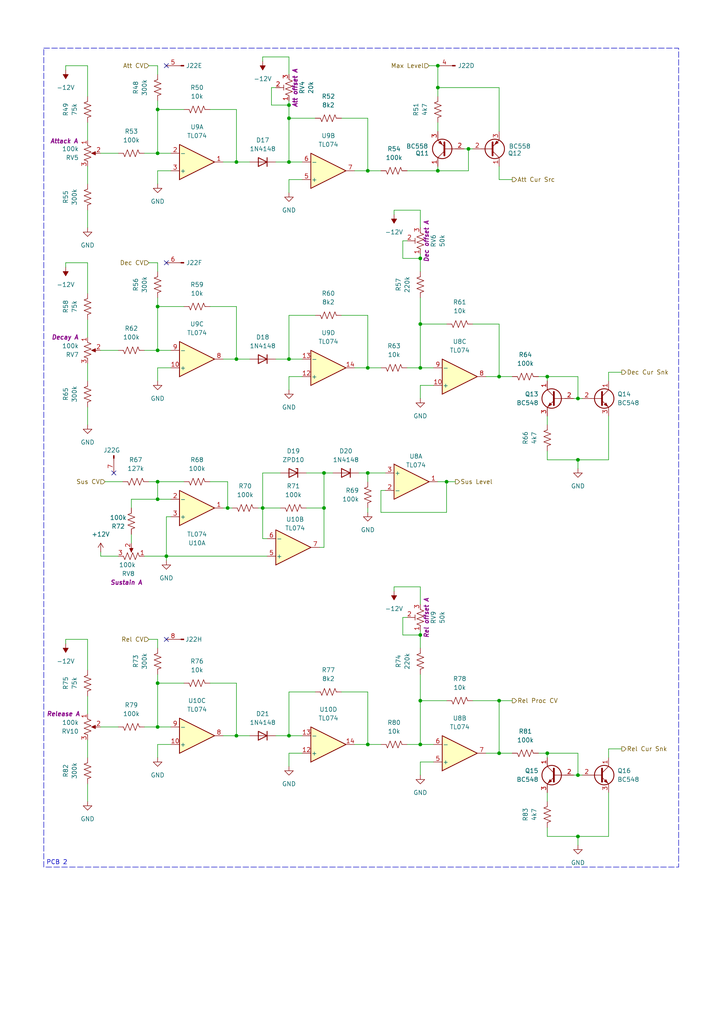
<source format=kicad_sch>
(kicad_sch (version 20250114) (generator "eeschema") (generator_version "9.0")
  (paper "A4" portrait)
  (title_block (comment 1 "PCB for 15cm Kosmo format synthesizer module"))
  (lib_symbols
    (symbol "Amplifier_Operational:TL074" (pin_names (offset 0.127))
      (property "Reference" "U" (at 0 5.08 0))
      (property "Value" "TL074" (at 0 -5.08 0))
      (symbol "TL074_1_1"
        (pin input line (at -7.62 2.54 0) (length 2.54) (name "+") (number "3"))
        (pin input line (at -7.62 -2.54 0) (length 2.54) (name "-") (number "2"))
        (pin output line (at 7.62 0 180) (length 2.54) (name "~") (number "1"))
      )
      (symbol "TL074_2_1"
        (pin input line (at -7.62 2.54 0) (length 2.54) (name "+") (number "5"))
        (pin input line (at -7.62 -2.54 0) (length 2.54) (name "-") (number "6"))
        (pin output line (at 7.62 0 180) (length 2.54) (name "~") (number "7"))
      )
      (symbol "TL074_3_1"
        (pin input line (at -7.62 2.54 0) (length 2.54) (name "+") (number "10"))
        (pin input line (at -7.62 -2.54 0) (length 2.54) (name "-") (number "9"))
        (pin output line (at 7.62 0 180) (length 2.54) (name "~") (number "8"))
      )
      (symbol "TL074_4_1"
        (pin input line (at -7.62 2.54 0) (length 2.54) (name "+") (number "12"))
        (pin input line (at -7.62 -2.54 0) (length 2.54) (name "-") (number "13"))
        (pin output line (at 7.62 0 180) (length 2.54) (name "~") (number "14"))
      )
      (symbol "TL074_5_1"
        (pin power_in line (at -2.54 7.62 270) (length 3.81) (name "V+") (number "4"))
        (pin power_in line (at -2.54 -7.62 90) (length 3.81) (name "V-") (number "11"))
      )
    )
    (symbol "Device:R_Potentiometer_Trim_US" (pin_names (offset 1.016) (hide yes))
      (property "Reference" "RV" (at -4.445 0 90))
      (property "Value" "R_Potentiometer_Trim_US" (at -2.54 0 90))
      (symbol "R_Potentiometer_Trim_US_1_1"
        (pin passive line (at 0 3.81 270) (length 1.27) (name "1") (number "1"))
        (pin passive line (at 0 -3.81 90) (length 1.27) (name "3") (number "3"))
        (pin passive line (at 3.81 0 180) (length 1.27) (name "2") (number "2"))
      )
    )
    (symbol "Device:R_Potentiometer_US" (pin_names (offset 1.016) (hide yes))
      (property "Reference" "RV" (at -4.445 0 90))
      (property "Value" "R_Potentiometer_US" (at -2.54 0 90))
      (symbol "R_Potentiometer_US_1_1"
        (pin passive line (at 0 3.81 270) (length 1.27) (name "1") (number "1"))
        (pin passive line (at 0 -3.81 90) (length 1.27) (name "3") (number "3"))
        (pin passive line (at 3.81 0 180) (length 1.27) (name "2") (number "2"))
      )
    )
    (symbol "Device:R_US" (pin_numbers (hide yes)) (pin_names (offset 0))
      (property "Reference" "R" (at 2.54 0 90))
      (property "Value" "R_US" (at -2.54 0 90))
      (symbol "R_US_1_1"
        (pin passive line (at 0 3.81 270) (length 1.27) (name "~") (number "1"))
        (pin passive line (at 0 -3.81 90) (length 1.27) (name "~") (number "2"))
      )
    )
    (symbol "Diode:1N4148" (pin_numbers (hide yes)) (pin_names (hide yes))
      (property "Reference" "D" (at 0 2.54 0))
      (property "Value" "1N4148" (at 0 -2.54 0))
      (symbol "1N4148_1_1"
        (pin passive line (at -3.81 0 0) (length 2.54) (name "K") (number "1"))
        (pin passive line (at 3.81 0 180) (length 2.54) (name "A") (number "2"))
      )
    )
    (symbol "Diode:ZPDxx" (pin_numbers (hide yes)) (pin_names (hide yes))
      (property "Reference" "D" (at 0 2.54 0))
      (property "Value" "ZPDxx" (at 0 -2.54 0))
      (symbol "ZPDxx_1_1"
        (pin passive line (at -3.81 0 0) (length 2.54) (name "K") (number "1"))
        (pin passive line (at 3.81 0 180) (length 2.54) (name "A") (number "2"))
      )
    )
    (symbol "SynthStuff:Conn_01x10_PinHeader" (pin_names (offset 1.016) (hide yes))
      (property "Reference" "J" (at 0 2.54 0))
      (symbol "Conn_01x10_PinHeader_1_1"
        (pin passive line (at 5.08 0 180) (length 3.81) (name "Pin_1") (number "1"))
      )
      (symbol "Conn_01x10_PinHeader_2_1"
        (pin passive line (at 5.08 0 180) (length 3.81) (name "Pin_2") (number "2"))
      )
      (symbol "Conn_01x10_PinHeader_3_1"
        (pin passive line (at 5.08 0 180) (length 3.81) (name "Pin_3") (number "3"))
      )
      (symbol "Conn_01x10_PinHeader_4_1"
        (pin passive line (at 5.08 0 180) (length 3.81) (name "Pin_4") (number "4"))
      )
      (symbol "Conn_01x10_PinHeader_5_1"
        (pin passive line (at 5.08 0 180) (length 3.81) (name "Pin_5") (number "5"))
      )
      (symbol "Conn_01x10_PinHeader_6_1"
        (pin passive line (at 5.08 0 180) (length 3.81) (name "Pin_6") (number "6"))
      )
      (symbol "Conn_01x10_PinHeader_7_1"
        (pin passive line (at 5.08 0 180) (length 3.81) (name "Pin_7") (number "7"))
      )
      (symbol "Conn_01x10_PinHeader_8_1"
        (pin passive line (at 5.08 0 180) (length 3.81) (name "Pin_8") (number "8"))
      )
      (symbol "Conn_01x10_PinHeader_9_1"
        (pin passive line (at 5.08 0 180) (length 3.81) (name "Pin_9") (number "9"))
      )
      (symbol "Conn_01x10_PinHeader_10_1"
        (pin passive line (at 5.08 0 180) (length 3.81) (name "Pin_10") (number "10"))
      )
    )
    (symbol "Transistor_BJT:BC548" (pin_names (offset 0) (hide yes))
      (property "Reference" "Q" (at 5.08 1.905 0))
      (property "Value" "BC548" (at 5.08 0 0))
      (symbol "BC548_1_1"
        (pin input line (at -5.08 0 0) (length 2.54) (name "B") (number "2"))
        (pin passive line (at 2.54 5.08 270) (length 2.54) (name "C") (number "1"))
        (pin passive line (at 2.54 -5.08 90) (length 2.54) (name "E") (number "3"))
      )
    )
    (symbol "Transistor_BJT:BC558" (pin_names (offset 0) (hide yes))
      (property "Reference" "Q" (at 5.08 1.905 0))
      (property "Value" "BC558" (at 5.08 0 0))
      (symbol "BC558_1_1"
        (pin input line (at -5.08 0 0) (length 2.54) (name "B") (number "2"))
        (pin passive line (at 2.54 5.08 270) (length 2.54) (name "C") (number "1"))
        (pin passive line (at 2.54 -5.08 90) (length 2.54) (name "E") (number "3"))
      )
    )
    (symbol "power:+12V" (power) (pin_numbers (hide yes)) (pin_names (offset 0) (hide yes))
      (property "Value" "+12V" (at 0 3.556 0))
      (symbol "+12V_1_1"
        (pin power_in line (at 0 0 90) (length 0) (name "~") (number "1"))
      )
    )
    (symbol "power:-12V" (power) (pin_numbers (hide yes)) (pin_names (offset 0) (hide yes))
      (property "Value" "-12V" (at 0 3.556 0))
      (symbol "-12V_0_0"
        (pin power_in line (at 0 0 90) (length 0) (name "~") (number "1"))
      )
    )
    (symbol "power:GND" (power) (pin_numbers (hide yes)) (pin_names (offset 0) (hide yes))
      (property "Value" "GND" (at 0 -3.81 0))
      (symbol "GND_1_1"
        (pin power_in line (at 0 0 270) (length 0) (name "~") (number "1"))
      )
    )
  )
  (rectangle (start 12.7 13.97) (end 196.85 251.46) (stroke (width 0) (type dash)))
  (text "PCB 2" (at 16.51 250.19 0) (effects (font (size 1.27 1.27))))
  (junction (at 167.64 242.57))
  (junction (at 144.78 109.22))
  (junction (at 93.98 137.16))
  (junction (at 76.2 147.32))
  (junction (at 68.58 213.36))
  (junction (at 45.72 44.45))
  (junction (at 135.89 43.18))
  (junction (at 68.58 46.99))
  (junction (at 121.92 74.93))
  (junction (at 121.92 215.9))
  (junction (at 83.82 30.48))
  (junction (at 144.78 203.2))
  (junction (at 158.75 109.22))
  (junction (at 48.26 161.29))
  (junction (at 45.72 144.78))
  (junction (at 106.68 137.16))
  (junction (at 127 19.05))
  (junction (at 121.92 93.98))
  (junction (at 93.98 147.32))
  (junction (at 106.68 106.68))
  (junction (at 45.72 101.6))
  (junction (at 121.92 106.68))
  (junction (at 68.58 104.14))
  (junction (at 45.72 210.82))
  (junction (at 45.72 88.9))
  (junction (at 127 49.53))
  (junction (at 129.54 139.7))
  (junction (at 167.64 224.79))
  (junction (at 106.68 215.9))
  (junction (at 83.82 46.99))
  (junction (at 158.75 218.44))
  (junction (at 45.72 198.12))
  (junction (at 121.92 184.15))
  (junction (at 144.78 218.44))
  (junction (at 83.82 34.29))
  (junction (at 66.04 147.32))
  (junction (at 121.92 203.2))
  (junction (at 106.68 49.53))
  (junction (at 127 25.4))
  (junction (at 45.72 139.7))
  (junction (at 45.72 31.75))
  (junction (at 167.64 133.35))
  (junction (at 167.64 115.57))
  (junction (at 83.82 104.14))
  (junction (at 83.82 213.36))
  (no_connect (at 48.26 19.05))
  (no_connect (at 48.26 76.2))
  (no_connect (at 33.02 137.16))
  (no_connect (at 48.26 185.42))
  (wire (pts (xy 25.4 92.71) (xy 25.4 97.79)))
  (wire (pts (xy 45.72 185.42) (xy 45.72 187.96)))
  (wire (pts (xy 64.77 104.14) (xy 68.58 104.14)))
  (wire (pts (xy 29.21 44.45) (xy 34.29 44.45)))
  (wire (pts (xy 121.92 106.68) (xy 125.73 106.68)))
  (wire (pts (xy 111.76 137.16) (xy 106.68 137.16)))
  (wire (pts (xy 176.53 107.95) (xy 176.53 110.49)))
  (wire (pts (xy 158.75 229.87) (xy 158.75 232.41)))
  (wire (pts (xy 49.53 149.86) (xy 48.26 149.86)))
  (wire (pts (xy 45.72 210.82) (xy 49.53 210.82)))
  (wire (pts (xy 158.75 218.44) (xy 167.64 218.44)))
  (wire (pts (xy 25.4 118.11) (xy 25.4 123.19)))
  (wire (pts (xy 121.92 203.2) (xy 121.92 215.9)))
  (wire (pts (xy 106.68 49.53) (xy 110.49 49.53)))
  (wire (pts (xy 41.91 101.6) (xy 45.72 101.6)))
  (wire (pts (xy 129.54 139.7) (xy 127 139.7)))
  (wire (pts (xy 93.98 137.16) (xy 93.98 147.32)))
  (wire (pts (xy 121.92 170.18) (xy 121.92 175.26)))
  (wire (pts (xy 158.75 130.81) (xy 158.75 133.35)))
  (wire (pts (xy 41.91 210.82) (xy 45.72 210.82)))
  (wire (pts (xy 25.4 35.56) (xy 25.4 40.64)))
  (wire (pts (xy 38.1 154.94) (xy 38.1 157.48)))
  (wire (pts (xy 106.68 49.53) (xy 102.87 49.53)))
  (wire (pts (xy 80.01 213.36) (xy 83.82 213.36)))
  (wire (pts (xy 38.1 144.78) (xy 45.72 144.78)))
  (wire (pts (xy 166.37 115.57) (xy 167.64 115.57)))
  (wire (pts (xy 88.9 137.16) (xy 93.98 137.16)))
  (wire (pts (xy 114.3 62.23) (xy 114.3 60.96)))
  (wire (pts (xy 76.2 156.21) (xy 76.2 147.32)))
  (wire (pts (xy 76.2 137.16) (xy 76.2 147.32)))
  (wire (pts (xy 25.4 185.42) (xy 25.4 194.31)))
  (wire (pts (xy 68.58 88.9) (xy 68.58 104.14)))
  (wire (pts (xy 148.59 203.2) (xy 144.78 203.2)))
  (wire (pts (xy 19.05 19.05) (xy 25.4 19.05)))
  (wire (pts (xy 144.78 52.07) (xy 144.78 48.26)))
  (wire (pts (xy 167.64 115.57) (xy 168.91 115.57)))
  (wire (pts (xy 68.58 104.14) (xy 72.39 104.14)))
  (wire (pts (xy 99.06 200.66) (xy 106.68 200.66)))
  (wire (pts (xy 167.64 218.44) (xy 167.64 224.79)))
  (wire (pts (xy 158.75 242.57) (xy 167.64 242.57)))
  (wire (pts (xy 114.3 170.18) (xy 121.92 170.18)))
  (wire (pts (xy 166.37 224.79) (xy 167.64 224.79)))
  (wire (pts (xy 83.82 213.36) (xy 87.63 213.36)))
  (wire (pts (xy 45.72 86.36) (xy 45.72 88.9)))
  (wire (pts (xy 158.75 133.35) (xy 167.64 133.35)))
  (wire (pts (xy 45.72 76.2) (xy 45.72 78.74)))
  (wire (pts (xy 158.75 218.44) (xy 158.75 219.71)))
  (wire (pts (xy 144.78 218.44) (xy 148.59 218.44)))
  (wire (pts (xy 25.4 48.26) (xy 25.4 53.34)))
  (wire (pts (xy 25.4 19.05) (xy 25.4 27.94)))
  (wire (pts (xy 125.73 220.98) (xy 121.92 220.98)))
  (wire (pts (xy 158.75 109.22) (xy 158.75 110.49)))
  (wire (pts (xy 60.96 139.7) (xy 66.04 139.7)))
  (wire (pts (xy 83.82 34.29) (xy 91.44 34.29)))
  (wire (pts (xy 137.16 93.98) (xy 144.78 93.98)))
  (wire (pts (xy 25.4 105.41) (xy 25.4 110.49)))
  (wire (pts (xy 83.82 34.29) (xy 83.82 46.99)))
  (wire (pts (xy 121.92 74.93) (xy 121.92 78.74)))
  (wire (pts (xy 121.92 220.98) (xy 121.92 224.79)))
  (wire (pts (xy 102.87 215.9) (xy 106.68 215.9)))
  (wire (pts (xy 167.64 133.35) (xy 167.64 135.89)))
  (wire (pts (xy 176.53 120.65) (xy 176.53 133.35)))
  (wire (pts (xy 106.68 106.68) (xy 110.49 106.68)))
  (wire (pts (xy 110.49 142.24) (xy 110.49 148.59)))
  (wire (pts (xy 111.76 142.24) (xy 110.49 142.24)))
  (wire (pts (xy 118.11 69.85) (xy 116.84 69.85)))
  (wire (pts (xy 19.05 77.47) (xy 19.05 76.2)))
  (wire (pts (xy 76.2 147.32) (xy 74.93 147.32)))
  (wire (pts (xy 25.4 227.33) (xy 25.4 232.41)))
  (wire (pts (xy 135.89 43.18) (xy 137.16 43.18)))
  (wire (pts (xy 80.01 104.14) (xy 83.82 104.14)))
  (wire (pts (xy 106.68 137.16) (xy 106.68 139.7)))
  (wire (pts (xy 180.34 107.95) (xy 176.53 107.95)))
  (wire (pts (xy 49.53 49.53) (xy 45.72 49.53)))
  (wire (pts (xy 83.82 52.07) (xy 83.82 55.88)))
  (wire (pts (xy 43.18 76.2) (xy 45.72 76.2)))
  (wire (pts (xy 106.68 147.32) (xy 106.68 148.59)))
  (wire (pts (xy 106.68 91.44) (xy 106.68 106.68)))
  (wire (pts (xy 60.96 31.75) (xy 68.58 31.75)))
  (wire (pts (xy 124.46 19.05) (xy 127 19.05)))
  (wire (pts (xy 48.26 149.86) (xy 48.26 161.29)))
  (wire (pts (xy 45.72 44.45) (xy 49.53 44.45)))
  (wire (pts (xy 93.98 158.75) (xy 92.71 158.75)))
  (wire (pts (xy 118.11 215.9) (xy 121.92 215.9)))
  (wire (pts (xy 45.72 139.7) (xy 43.18 139.7)))
  (wire (pts (xy 48.26 161.29) (xy 48.26 162.56)))
  (wire (pts (xy 49.53 106.68) (xy 45.72 106.68)))
  (wire (pts (xy 116.84 74.93) (xy 121.92 74.93)))
  (wire (pts (xy 134.62 43.18) (xy 135.89 43.18)))
  (wire (pts (xy 80.01 46.99) (xy 83.82 46.99)))
  (wire (pts (xy 118.11 106.68) (xy 121.92 106.68)))
  (wire (pts (xy 25.4 214.63) (xy 25.4 219.71)))
  (wire (pts (xy 68.58 213.36) (xy 72.39 213.36)))
  (wire (pts (xy 137.16 203.2) (xy 144.78 203.2)))
  (wire (pts (xy 19.05 76.2) (xy 25.4 76.2)))
  (wire (pts (xy 106.68 215.9) (xy 110.49 215.9)))
  (wire (pts (xy 29.21 161.29) (xy 29.21 160.02)))
  (wire (pts (xy 66.04 147.32) (xy 64.77 147.32)))
  (wire (pts (xy 19.05 185.42) (xy 25.4 185.42)))
  (wire (pts (xy 77.47 161.29) (xy 48.26 161.29)))
  (wire (pts (xy 45.72 215.9) (xy 45.72 219.71)))
  (wire (pts (xy 144.78 203.2) (xy 144.78 218.44)))
  (wire (pts (xy 144.78 218.44) (xy 140.97 218.44)))
  (wire (pts (xy 129.54 148.59) (xy 129.54 139.7)))
  (wire (pts (xy 45.72 101.6) (xy 49.53 101.6)))
  (wire (pts (xy 127 49.53) (xy 135.89 49.53)))
  (wire (pts (xy 81.28 137.16) (xy 76.2 137.16)))
  (wire (pts (xy 25.4 76.2) (xy 25.4 85.09)))
  (wire (pts (xy 127 25.4) (xy 127 27.94)))
  (wire (pts (xy 99.06 34.29) (xy 106.68 34.29)))
  (wire (pts (xy 106.68 137.16) (xy 104.14 137.16)))
  (wire (pts (xy 132.08 139.7) (xy 129.54 139.7)))
  (wire (pts (xy 121.92 195.58) (xy 121.92 203.2)))
  (wire (pts (xy 66.04 139.7) (xy 66.04 147.32)))
  (wire (pts (xy 156.21 109.22) (xy 158.75 109.22)))
  (wire (pts (xy 121.92 111.76) (xy 121.92 115.57)))
  (wire (pts (xy 64.77 213.36) (xy 68.58 213.36)))
  (wire (pts (xy 68.58 46.99) (xy 72.39 46.99)))
  (wire (pts (xy 127 35.56) (xy 127 38.1)))
  (wire (pts (xy 114.3 60.96) (xy 121.92 60.96)))
  (wire (pts (xy 45.72 88.9) (xy 45.72 101.6)))
  (wire (pts (xy 45.72 198.12) (xy 45.72 210.82)))
  (wire (pts (xy 81.28 147.32) (xy 76.2 147.32)))
  (wire (pts (xy 129.54 203.2) (xy 121.92 203.2)))
  (wire (pts (xy 158.75 120.65) (xy 158.75 123.19)))
  (wire (pts (xy 68.58 198.12) (xy 68.58 213.36)))
  (wire (pts (xy 80.01 25.4) (xy 78.74 25.4)))
  (wire (pts (xy 34.29 161.29) (xy 29.21 161.29)))
  (wire (pts (xy 41.91 44.45) (xy 45.72 44.45)))
  (wire (pts (xy 83.82 109.22) (xy 83.82 113.03)))
  (wire (pts (xy 116.84 179.07) (xy 116.84 184.15)))
  (wire (pts (xy 158.75 109.22) (xy 167.64 109.22)))
  (wire (pts (xy 118.11 49.53) (xy 127 49.53)))
  (wire (pts (xy 83.82 29.21) (xy 83.82 30.48)))
  (wire (pts (xy 68.58 46.99) (xy 64.77 46.99)))
  (wire (pts (xy 19.05 185.42) (xy 19.05 186.69)))
  (wire (pts (xy 45.72 198.12) (xy 53.34 198.12)))
  (wire (pts (xy 87.63 218.44) (xy 83.82 218.44)))
  (wire (pts (xy 49.53 215.9) (xy 45.72 215.9)))
  (wire (pts (xy 83.82 91.44) (xy 83.82 104.14)))
  (wire (pts (xy 121.92 73.66) (xy 121.92 74.93)))
  (wire (pts (xy 167.64 109.22) (xy 167.64 115.57)))
  (wire (pts (xy 176.53 229.87) (xy 176.53 242.57)))
  (wire (pts (xy 83.82 218.44) (xy 83.82 222.25)))
  (wire (pts (xy 83.82 16.51) (xy 83.82 21.59)))
  (wire (pts (xy 83.82 104.14) (xy 87.63 104.14)))
  (wire (pts (xy 96.52 137.16) (xy 93.98 137.16)))
  (wire (pts (xy 91.44 200.66) (xy 83.82 200.66)))
  (wire (pts (xy 60.96 198.12) (xy 68.58 198.12)))
  (wire (pts (xy 83.82 46.99) (xy 87.63 46.99)))
  (wire (pts (xy 43.18 19.05) (xy 45.72 19.05)))
  (wire (pts (xy 45.72 195.58) (xy 45.72 198.12)))
  (wire (pts (xy 121.92 182.88) (xy 121.92 184.15)))
  (wire (pts (xy 45.72 144.78) (xy 49.53 144.78)))
  (wire (pts (xy 125.73 111.76) (xy 121.92 111.76)))
  (wire (pts (xy 45.72 31.75) (xy 45.72 44.45)))
  (wire (pts (xy 43.18 185.42) (xy 45.72 185.42)))
  (wire (pts (xy 29.21 101.6) (xy 34.29 101.6)))
  (wire (pts (xy 45.72 139.7) (xy 45.72 144.78)))
  (wire (pts (xy 148.59 52.07) (xy 144.78 52.07)))
  (wire (pts (xy 78.74 30.48) (xy 83.82 30.48)))
  (wire (pts (xy 30.48 139.7) (xy 35.56 139.7)))
  (wire (pts (xy 121.92 60.96) (xy 121.92 66.04)))
  (wire (pts (xy 110.49 148.59) (xy 129.54 148.59)))
  (wire (pts (xy 135.89 49.53) (xy 135.89 43.18)))
  (wire (pts (xy 29.21 210.82) (xy 34.29 210.82)))
  (wire (pts (xy 118.11 179.07) (xy 116.84 179.07)))
  (wire (pts (xy 106.68 34.29) (xy 106.68 49.53)))
  (wire (pts (xy 167.64 242.57) (xy 167.64 245.11)))
  (wire (pts (xy 121.92 93.98) (xy 121.92 106.68)))
  (wire (pts (xy 144.78 25.4) (xy 127 25.4)))
  (wire (pts (xy 116.84 69.85) (xy 116.84 74.93)))
  (wire (pts (xy 180.34 217.17) (xy 176.53 217.17)))
  (wire (pts (xy 158.75 240.03) (xy 158.75 242.57)))
  (wire (pts (xy 129.54 93.98) (xy 121.92 93.98)))
  (wire (pts (xy 106.68 200.66) (xy 106.68 215.9)))
  (wire (pts (xy 127 19.05) (xy 127 25.4)))
  (wire (pts (xy 76.2 17.78) (xy 76.2 16.51)))
  (wire (pts (xy 114.3 171.45) (xy 114.3 170.18)))
  (wire (pts (xy 68.58 31.75) (xy 68.58 46.99)))
  (wire (pts (xy 144.78 109.22) (xy 148.59 109.22)))
  (wire (pts (xy 176.53 217.17) (xy 176.53 219.71)))
  (wire (pts (xy 91.44 91.44) (xy 83.82 91.44)))
  (wire (pts (xy 48.26 161.29) (xy 41.91 161.29)))
  (wire (pts (xy 45.72 31.75) (xy 53.34 31.75)))
  (wire (pts (xy 93.98 147.32) (xy 93.98 158.75)))
  (wire (pts (xy 25.4 60.96) (xy 25.4 66.04)))
  (wire (pts (xy 87.63 109.22) (xy 83.82 109.22)))
  (wire (pts (xy 45.72 49.53) (xy 45.72 53.34)))
  (wire (pts (xy 102.87 106.68) (xy 106.68 106.68)))
  (wire (pts (xy 76.2 16.51) (xy 83.82 16.51)))
  (wire (pts (xy 25.4 201.93) (xy 25.4 207.01)))
  (wire (pts (xy 53.34 139.7) (xy 45.72 139.7)))
  (wire (pts (xy 116.84 184.15) (xy 121.92 184.15)))
  (wire (pts (xy 83.82 30.48) (xy 83.82 34.29)))
  (wire (pts (xy 19.05 20.32) (xy 19.05 19.05)))
  (wire (pts (xy 144.78 109.22) (xy 140.97 109.22)))
  (wire (pts (xy 77.47 156.21) (xy 76.2 156.21)))
  (wire (pts (xy 144.78 93.98) (xy 144.78 109.22)))
  (wire (pts (xy 99.06 91.44) (xy 106.68 91.44)))
  (wire (pts (xy 167.64 224.79) (xy 168.91 224.79)))
  (wire (pts (xy 156.21 218.44) (xy 158.75 218.44)))
  (wire (pts (xy 121.92 184.15) (xy 121.92 187.96)))
  (wire (pts (xy 144.78 38.1) (xy 144.78 25.4)))
  (wire (pts (xy 87.63 52.07) (xy 83.82 52.07)))
  (wire (pts (xy 127 49.53) (xy 127 48.26)))
  (wire (pts (xy 45.72 19.05) (xy 45.72 21.59)))
  (wire (pts (xy 88.9 147.32) (xy 93.98 147.32)))
  (wire (pts (xy 67.31 147.32) (xy 66.04 147.32)))
  (wire (pts (xy 83.82 200.66) (xy 83.82 213.36)))
  (wire (pts (xy 60.96 88.9) (xy 68.58 88.9)))
  (wire (pts (xy 45.72 106.68) (xy 45.72 110.49)))
  (wire (pts (xy 45.72 29.21) (xy 45.72 31.75)))
  (wire (pts (xy 121.92 86.36) (xy 121.92 93.98)))
  (wire (pts (xy 121.92 215.9) (xy 125.73 215.9)))
  (wire (pts (xy 38.1 147.32) (xy 38.1 144.78)))
  (wire (pts (xy 78.74 25.4) (xy 78.74 30.48)))
  (wire (pts (xy 176.53 133.35) (xy 167.64 133.35)))
  (wire (pts (xy 45.72 88.9) (xy 53.34 88.9)))
  (wire (pts (xy 176.53 242.57) (xy 167.64 242.57)))
  (hierarchical_label "Sus CV" (shape input) (at 30.48 139.7 180))
  (hierarchical_label "Att Cur Src" (shape output) (at 148.59 52.07 0))
  (hierarchical_label "Dec CV" (shape input) (at 43.18 76.2 180))
  (hierarchical_label "Dec Cur Snk" (shape output) (at 180.34 107.95 0))
  (hierarchical_label "Rel Proc CV" (shape output) (at 148.59 203.2 0))
  (hierarchical_label "Max Level" (shape input) (at 124.46 19.05 180))
  (hierarchical_label "Att CV" (shape input) (at 43.18 19.05 180))
  (hierarchical_label "Rel Cur Snk" (shape output) (at 180.34 217.17 0))
  (hierarchical_label "Rel CV" (shape input) (at 43.18 185.42 180))
  (hierarchical_label "Sus Level" (shape output) (at 132.08 139.7 0))
  (symbol (lib_id "power:-12V") (at 114.3 62.23 180) (unit 1)
    (property "Reference" "#PWR067" (effects (hide yes)))
    (property "Value" "-12V" (at 114.3 67.31 0))
    (property "Description" "Power symbol creates a global label with name \"-12V\"" (effects (hide yes)))
  )
  (symbol (lib_id "Device:R_US") (at 106.68 143.51 0) (mirror x) (unit 1)
    (property "Reference" "R69" (at 104.14 142.2399 0) (effects (justify right)))
    (property "Value" "100k" (at 104.14 144.7799 0) (effects (justify right)))
    (property "Footprint" "Resistor_THT:R_Axial_DIN0207_L6.3mm_D2.5mm_P7.62mm_Horizontal" (effects (hide yes)))
    (property "Description" "Resistor, US symbol" (effects (hide yes)))
  )
  (symbol (lib_id "Device:R_US") (at 133.35 93.98 90) (mirror x) (unit 1)
    (property "Reference" "R61" (at 133.35 87.63 90))
    (property "Value" "10k" (at 133.35 90.17 90))
    (property "Footprint" "Resistor_THT:R_Axial_DIN0207_L6.3mm_D2.5mm_P7.62mm_Horizontal" (effects (hide yes)))
    (property "Description" "Resistor, US symbol" (effects (hide yes)))
  )
  (symbol (lib_id "Device:R_US") (at 57.15 139.7 90) (mirror x) (unit 1)
    (property "Reference" "R68" (at 57.15 133.35 90))
    (property "Value" "100k" (at 57.15 135.89 90))
    (property "Footprint" "Resistor_THT:R_Axial_DIN0207_L6.3mm_D2.5mm_P7.62mm_Horizontal" (effects (hide yes)))
    (property "Description" "Resistor, US symbol" (effects (hide yes)))
  )
  (symbol (lib_id "Amplifier_Operational:TL074") (at 57.15 104.14 0) (mirror x) (unit 3)
    (property "Reference" "U9" (at 57.15 93.98 0))
    (property "Value" "TL074" (at 57.15 96.52 0))
    (property "Footprint" "Package_DIP:DIP-14_W7.62mm_Socket" (effects (hide yes)))
    (property "Datasheet" "http://www.ti.com/lit/ds/symlink/tl071.pdf" (effects (hide yes)))
    (property "Description" "Quad Low-Noise JFET-Input Operational Amplifiers, DIP-14/SOIC-14" (effects (hide yes)))
  )
  (symbol (lib_id "power:GND") (at 167.64 135.89 0) (unit 1)
    (property "Reference" "#PWR074" (effects (hide yes)))
    (property "Value" "GND" (at 167.64 140.97 0))
    (property "Description" "Power symbol creates a global label with name \"GND\" , ground" (effects (hide yes)))
  )
  (symbol (lib_id "power:GND") (at 121.92 115.57 0) (unit 1)
    (property "Reference" "#PWR072" (effects (hide yes)))
    (property "Value" "GND" (at 121.92 120.65 0))
    (property "Description" "Power symbol creates a global label with name \"GND\" , ground" (effects (hide yes)))
  )
  (symbol (lib_id "Device:R_Potentiometer_US") (at 25.4 44.45 0) (unit 1)
    (property "Reference" "RV5" (at 22.86 45.7201 0) (effects (justify right)))
    (property "Value" "100k" (at 22.86 43.1801 0) (effects (justify right)))
    (property "Footprint" "SynthStuff:Potentiometer_Alpha_RD901F-40-00D_Single_Vertical" (effects (hide yes)))
    (property "Description" "Potentiometer, US symbol" (effects (hide yes)))
    (property "Function" "Attack A" (at 18.542 40.894 0) (effects (font (thickness 0.254) (bold yes) (italic yes))))
  )
  (symbol (lib_id "Device:R_US") (at 25.4 223.52 0) (mirror x) (unit 1)
    (property "Reference" "R82" (at 19.05 223.52 90))
    (property "Value" "300k" (at 21.59 223.52 90))
    (property "Footprint" "Resistor_THT:R_Axial_DIN0207_L6.3mm_D2.5mm_P7.62mm_Horizontal" (effects (hide yes)))
    (property "Description" "Resistor, US symbol" (effects (hide yes)))
  )
  (symbol (lib_id "power:GND") (at 45.72 219.71 0) (unit 1)
    (property "Reference" "#PWR080" (effects (hide yes)))
    (property "Value" "GND" (at 45.72 224.79 0))
    (property "Description" "Power symbol creates a global label with name \"GND\" , ground" (effects (hide yes)))
  )
  (symbol (lib_id "Device:R_US") (at 71.12 147.32 90) (mirror x) (unit 1)
    (property "Reference" "R70" (at 71.12 140.97 90))
    (property "Value" "100k" (at 71.12 143.51 90))
    (property "Footprint" "Resistor_THT:R_Axial_DIN0207_L6.3mm_D2.5mm_P7.62mm_Horizontal" (effects (hide yes)))
    (property "Description" "Resistor, US symbol" (effects (hide yes)))
  )
  (symbol (lib_id "SynthStuff:Conn_01x10_PinHeader") (at 132.08 19.05 180) (unit 4)
    (property "Reference" "J22" (at 137.668 19.05 0) (effects (justify left)))
    (property "Value" "Conn_01x10_PinHeader" (effects (hide yes)))
    (property "Footprint" "Connector_PinSocket_2.54mm:PinSocket_1x10_P2.54mm_Vertical" (effects (hide yes)))
    (property "Description" "Generic connector, single row, 01x10" (effects (hide yes)))
  )
  (symbol (lib_id "Device:R_US") (at 158.75 236.22 0) (mirror x) (unit 1)
    (property "Reference" "R83" (at 152.4 236.22 90))
    (property "Value" "4k7" (at 154.94 236.22 90))
    (property "Footprint" "Resistor_THT:R_Axial_DIN0207_L6.3mm_D2.5mm_P7.62mm_Horizontal" (effects (hide yes)))
    (property "Description" "Resistor, US symbol" (effects (hide yes)))
  )
  (symbol (lib_id "Device:R_Potentiometer_Trim_US") (at 121.92 179.07 180) (unit 1)
    (property "Reference" "RV9" (at 125.73 179.07 90))
    (property "Value" "50k" (at 128.27 179.07 90))
    (property "Footprint" "Potentiometer_THT:Potentiometer_Bourns_3296X_Horizontal" (effects (hide yes)))
    (property "Description" "Trim-potentiometer, US symbol" (effects (hide yes)))
    (property "Function" "Rel offset A" (at 123.698 179.07 90) (effects (font (thickness 0.254) (bold yes) (italic yes))))
  )
  (symbol (lib_id "power:GND") (at 45.72 110.49 0) (unit 1)
    (property "Reference" "#PWR070" (effects (hide yes)))
    (property "Value" "GND" (at 45.72 115.57 0))
    (property "Description" "Power symbol creates a global label with name \"GND\" , ground" (effects (hide yes)))
  )
  (symbol (lib_id "Diode:1N4148") (at 76.2 104.14 180) (unit 1)
    (property "Reference" "D18" (at 76.2 97.79 0))
    (property "Value" "1N4148" (at 76.2 100.33 0))
    (property "Footprint" "Diode_THT:D_DO-35_SOD27_P7.62mm_Horizontal" (effects (hide yes)))
    (property "Datasheet" "https://assets.nexperia.com/documents/data-sheet/1N4148_1N4448.pdf" (effects (hide yes)))
    (property "Description" "100V 0.15A standard switching diode, DO-35" (effects (hide yes)))
    (property "Sim.Device" "D" (effects (hide yes)))
    (property "Sim.Pins" "1=K 2=A" (effects (hide yes)))
  )
  (symbol (lib_id "Transistor_BJT:BC548") (at 161.29 224.79 0) (mirror y) (unit 1)
    (property "Reference" "Q15" (at 156.21 223.5199 0) (effects (justify left)))
    (property "Value" "BC548" (at 156.21 226.0599 0) (effects (justify left)))
    (property "Footprint" "Package_TO_SOT_THT:TO-92L_Inline_Wide" (effects (hide yes)))
    (property "Datasheet" "https://www.onsemi.com/pub/Collateral/BC550-D.pdf" (effects (hide yes)))
    (property "Description" "0.1A Ic, 30V Vce, Small Signal NPN Transistor, TO-92" (effects (hide yes)))
  )
  (symbol (lib_id "Device:R_US") (at 25.4 88.9 0) (mirror x) (unit 1)
    (property "Reference" "R58" (at 19.05 88.9 90))
    (property "Value" "75k" (at 21.59 88.9 90))
    (property "Footprint" "Resistor_THT:R_Axial_DIN0207_L6.3mm_D2.5mm_P7.62mm_Horizontal" (effects (hide yes)))
    (property "Description" "Resistor, US symbol" (effects (hide yes)))
  )
  (symbol (lib_id "power:-12V") (at 19.05 77.47 180) (unit 1)
    (property "Reference" "#PWR069" (effects (hide yes)))
    (property "Value" "-12V" (at 19.05 82.55 0))
    (property "Description" "Power symbol creates a global label with name \"-12V\"" (effects (hide yes)))
  )
  (symbol (lib_id "Diode:ZPDxx") (at 85.09 137.16 0) (mirror y) (unit 1)
    (property "Reference" "D19" (at 85.09 130.81 0))
    (property "Value" "ZPD10" (at 85.09 133.35 0))
    (property "Footprint" "Diode_THT:D_DO-35_SOD27_P7.62mm_Horizontal" (effects (hide yes)))
    (property "Datasheet" "http://diotec.com/tl_files/diotec/files/pdf/datasheets/zpd1" (effects (hide yes)))
    (property "Description" "500mW Zener Diode, DO-35" (effects (hide yes)))
  )
  (symbol (lib_id "Device:R_US") (at 121.92 82.55 0) (mirror x) (unit 1)
    (property "Reference" "R57" (at 115.57 82.55 90))
    (property "Value" "220k" (at 118.11 82.55 90))
    (property "Footprint" "Resistor_THT:R_Axial_DIN0207_L6.3mm_D2.5mm_P7.62mm_Horizontal" (effects (hide yes)))
    (property "Description" "Resistor, US symbol" (effects (hide yes)))
  )
  (symbol (lib_id "Amplifier_Operational:TL074") (at 95.25 106.68 0) (mirror x) (unit 4)
    (property "Reference" "U9" (at 95.25 96.52 0))
    (property "Value" "TL074" (at 95.25 99.06 0))
    (property "Footprint" "Package_DIP:DIP-14_W7.62mm_Socket" (effects (hide yes)))
    (property "Datasheet" "http://www.ti.com/lit/ds/symlink/tl071.pdf" (effects (hide yes)))
    (property "Description" "Quad Low-Noise JFET-Input Operational Amplifiers, DIP-14/SOIC-14" (effects (hide yes)))
  )
  (symbol (lib_id "power:GND") (at 25.4 66.04 0) (unit 1)
    (property "Reference" "#PWR068" (effects (hide yes)))
    (property "Value" "GND" (at 25.4 71.12 0))
    (property "Description" "Power symbol creates a global label with name \"GND\" , ground" (effects (hide yes)))
  )
  (symbol (lib_id "Transistor_BJT:BC558") (at 129.54 43.18 180) (unit 1)
    (property "Reference" "Q11" (at 124.46 44.4501 0) (effects (justify left)))
    (property "Value" "BC558" (at 124.206 42.418 0) (effects (justify left)))
    (property "Footprint" "Package_TO_SOT_THT:TO-92L_Inline_Wide" (effects (hide yes)))
    (property "Datasheet" "https://www.onsemi.com/pub/Collateral/BC556BTA-D.pdf" (effects (hide yes)))
    (property "Description" "0.1A Ic, 30V Vce, PNP Small Signal Transistor, TO-92" (effects (hide yes)))
  )
  (symbol (lib_id "Diode:1N4148") (at 76.2 213.36 180) (unit 1)
    (property "Reference" "D21" (at 76.2 207.01 0))
    (property "Value" "1N4148" (at 76.2 209.55 0))
    (property "Footprint" "Diode_THT:D_DO-35_SOD27_P7.62mm_Horizontal" (effects (hide yes)))
    (property "Datasheet" "https://assets.nexperia.com/documents/data-sheet/1N4148_1N4448.pdf" (effects (hide yes)))
    (property "Description" "100V 0.15A standard switching diode, DO-35" (effects (hide yes)))
    (property "Sim.Device" "D" (effects (hide yes)))
    (property "Sim.Pins" "1=K 2=A" (effects (hide yes)))
  )
  (symbol (lib_id "Amplifier_Operational:TL074") (at 119.38 139.7 0) (unit 1)
    (property "Reference" "U8" (at 120.65 132.334 0))
    (property "Value" "TL074" (at 120.65 134.874 0))
    (property "Footprint" "Package_DIP:DIP-14_W7.62mm_Socket" (effects (hide yes)))
    (property "Datasheet" "http://www.ti.com/lit/ds/symlink/tl071.pdf" (effects (hide yes)))
    (property "Description" "Quad Low-Noise JFET-Input Operational Amplifiers, DIP-14/SOIC-14" (effects (hide yes)))
  )
  (symbol (lib_id "Device:R_Potentiometer_Trim_US") (at 83.82 25.4 180) (unit 1)
    (property "Reference" "RV4" (at 87.63 25.4 90))
    (property "Value" "20k" (at 90.17 25.4 90))
    (property "Footprint" "Potentiometer_THT:Potentiometer_Bourns_3296X_Horizontal" (effects (hide yes)))
    (property "Description" "Trim-potentiometer, US symbol" (effects (hide yes)))
    (property "Function" "Att offset A" (at 85.598 25.4 90) (effects (font (thickness 0.254) (bold yes) (italic yes))))
  )
  (symbol (lib_id "Amplifier_Operational:TL074") (at 57.15 147.32 0) (mirror x) (unit 1)
    (property "Reference" "U10" (at 57.15 157.48 0))
    (property "Value" "TL074" (at 57.15 154.94 0))
    (property "Footprint" "Package_DIP:DIP-14_W7.62mm_Socket" (effects (hide yes)))
    (property "Datasheet" "http://www.ti.com/lit/ds/symlink/tl071.pdf" (effects (hide yes)))
    (property "Description" "Quad Low-Noise JFET-Input Operational Amplifiers, DIP-14/SOIC-14" (effects (hide yes)))
  )
  (symbol (lib_id "Device:R_US") (at 38.1 210.82 90) (mirror x) (unit 1)
    (property "Reference" "R79" (at 38.1 204.47 90))
    (property "Value" "100k" (at 38.1 207.01 90))
    (property "Footprint" "Resistor_THT:R_Axial_DIN0207_L6.3mm_D2.5mm_P7.62mm_Horizontal" (effects (hide yes)))
    (property "Description" "Resistor, US symbol" (effects (hide yes)))
  )
  (symbol (lib_id "Diode:1N4148") (at 100.33 137.16 0) (mirror y) (unit 1)
    (property "Reference" "D20" (at 100.33 130.81 0))
    (property "Value" "1N4148" (at 100.33 133.35 0))
    (property "Footprint" "Diode_THT:D_DO-35_SOD27_P7.62mm_Horizontal" (effects (hide yes)))
    (property "Datasheet" "https://assets.nexperia.com/documents/data-sheet/1N4148_1N4448.pdf" (effects (hide yes)))
    (property "Description" "100V 0.15A standard switching diode, DO-35" (effects (hide yes)))
    (property "Sim.Device" "D" (effects (hide yes)))
    (property "Sim.Pins" "1=K 2=A" (effects (hide yes)))
  )
  (symbol (lib_id "Device:R_US") (at 57.15 198.12 90) (mirror x) (unit 1)
    (property "Reference" "R76" (at 57.15 191.77 90))
    (property "Value" "10k" (at 57.15 194.31 90))
    (property "Footprint" "Resistor_THT:R_Axial_DIN0207_L6.3mm_D2.5mm_P7.62mm_Horizontal" (effects (hide yes)))
    (property "Description" "Resistor, US symbol" (effects (hide yes)))
  )
  (symbol (lib_id "Device:R_US") (at 158.75 127 0) (mirror x) (unit 1)
    (property "Reference" "R66" (at 152.4 127 90))
    (property "Value" "4k7" (at 154.94 127 90))
    (property "Footprint" "Resistor_THT:R_Axial_DIN0207_L6.3mm_D2.5mm_P7.62mm_Horizontal" (effects (hide yes)))
    (property "Description" "Resistor, US symbol" (effects (hide yes)))
  )
  (symbol (lib_id "Device:R_US") (at 38.1 44.45 90) (mirror x) (unit 1)
    (property "Reference" "R53" (at 38.1 38.1 90))
    (property "Value" "100k" (at 38.1 40.64 90))
    (property "Footprint" "Resistor_THT:R_Axial_DIN0207_L6.3mm_D2.5mm_P7.62mm_Horizontal" (effects (hide yes)))
    (property "Description" "Resistor, US symbol" (effects (hide yes)))
  )
  (symbol (lib_id "power:GND") (at 45.72 53.34 0) (unit 1)
    (property "Reference" "#PWR065" (effects (hide yes)))
    (property "Value" "GND" (at 45.72 58.42 0))
    (property "Description" "Power symbol creates a global label with name \"GND\" , ground" (effects (hide yes)))
  )
  (symbol (lib_id "power:GND") (at 83.82 222.25 0) (unit 1)
    (property "Reference" "#PWR081" (effects (hide yes)))
    (property "Value" "GND" (at 83.82 227.33 0))
    (property "Description" "Power symbol creates a global label with name \"GND\" , ground" (effects (hide yes)))
  )
  (symbol (lib_id "power:+12V") (at 29.21 160.02 0) (mirror y) (unit 1)
    (property "Reference" "#PWR076" (effects (hide yes)))
    (property "Value" "+12V" (at 29.21 154.94 0))
    (property "Description" "Power symbol creates a global label with name \"+12V\"" (effects (hide yes)))
  )
  (symbol (lib_id "Amplifier_Operational:TL074") (at 95.25 49.53 0) (mirror x) (unit 2)
    (property "Reference" "U9" (at 95.25 39.37 0))
    (property "Value" "TL074" (at 95.25 41.91 0))
    (property "Footprint" "Package_DIP:DIP-14_W7.62mm_Socket" (effects (hide yes)))
    (property "Datasheet" "http://www.ti.com/lit/ds/symlink/tl071.pdf" (effects (hide yes)))
    (property "Description" "Quad Low-Noise JFET-Input Operational Amplifiers, DIP-14/SOIC-14" (effects (hide yes)))
  )
  (symbol (lib_id "power:GND") (at 83.82 55.88 0) (unit 1)
    (property "Reference" "#PWR066" (effects (hide yes)))
    (property "Value" "GND" (at 83.82 60.96 0))
    (property "Description" "Power symbol creates a global label with name \"GND\" , ground" (effects (hide yes)))
  )
  (symbol (lib_id "Device:R_US") (at 85.09 147.32 90) (mirror x) (unit 1)
    (property "Reference" "R71" (at 85.09 140.97 90))
    (property "Value" "100k" (at 85.09 143.51 90))
    (property "Footprint" "Resistor_THT:R_Axial_DIN0207_L6.3mm_D2.5mm_P7.62mm_Horizontal" (effects (hide yes)))
    (property "Description" "Resistor, US symbol" (effects (hide yes)))
  )
  (symbol (lib_id "Amplifier_Operational:TL074") (at 57.15 46.99 0) (mirror x) (unit 1)
    (property "Reference" "U9" (at 57.15 36.83 0))
    (property "Value" "TL074" (at 57.15 39.37 0))
    (property "Footprint" "Package_DIP:DIP-14_W7.62mm_Socket" (effects (hide yes)))
    (property "Datasheet" "http://www.ti.com/lit/ds/symlink/tl071.pdf" (effects (hide yes)))
    (property "Description" "Quad Low-Noise JFET-Input Operational Amplifiers, DIP-14/SOIC-14" (effects (hide yes)))
  )
  (symbol (lib_id "Device:R_US") (at 25.4 114.3 0) (mirror x) (unit 1)
    (property "Reference" "R65" (at 19.05 114.3 90))
    (property "Value" "300k" (at 21.59 114.3 90))
    (property "Footprint" "Resistor_THT:R_Axial_DIN0207_L6.3mm_D2.5mm_P7.62mm_Horizontal" (effects (hide yes)))
    (property "Description" "Resistor, US symbol" (effects (hide yes)))
  )
  (symbol (lib_id "Device:R_US") (at 57.15 88.9 90) (mirror x) (unit 1)
    (property "Reference" "R59" (at 57.15 82.55 90))
    (property "Value" "10k" (at 57.15 85.09 90))
    (property "Footprint" "Resistor_THT:R_Axial_DIN0207_L6.3mm_D2.5mm_P7.62mm_Horizontal" (effects (hide yes)))
    (property "Description" "Resistor, US symbol" (effects (hide yes)))
  )
  (symbol (lib_id "power:GND") (at 25.4 123.19 0) (unit 1)
    (property "Reference" "#PWR073" (effects (hide yes)))
    (property "Value" "GND" (at 25.4 128.27 0))
    (property "Description" "Power symbol creates a global label with name \"GND\" , ground" (effects (hide yes)))
  )
  (symbol (lib_id "Device:R_US") (at 95.25 34.29 90) (mirror x) (unit 1)
    (property "Reference" "R52" (at 95.25 27.94 90))
    (property "Value" "8k2" (at 95.25 30.48 90))
    (property "Footprint" "Resistor_THT:R_Axial_DIN0207_L6.3mm_D2.5mm_P7.62mm_Horizontal" (effects (hide yes)))
    (property "Description" "Resistor, US symbol" (effects (hide yes)))
  )
  (symbol (lib_id "power:GND") (at 121.92 224.79 0) (unit 1)
    (property "Reference" "#PWR082" (effects (hide yes)))
    (property "Value" "GND" (at 121.92 229.87 0))
    (property "Description" "Power symbol creates a global label with name \"GND\" , ground" (effects (hide yes)))
  )
  (symbol (lib_id "Device:R_US") (at 25.4 198.12 0) (mirror x) (unit 1)
    (property "Reference" "R75" (at 19.05 198.12 90))
    (property "Value" "75k" (at 21.59 198.12 90))
    (property "Footprint" "Resistor_THT:R_Axial_DIN0207_L6.3mm_D2.5mm_P7.62mm_Horizontal" (effects (hide yes)))
    (property "Description" "Resistor, US symbol" (effects (hide yes)))
  )
  (symbol (lib_id "Amplifier_Operational:TL074") (at 133.35 218.44 0) (mirror x) (unit 2)
    (property "Reference" "U8" (at 133.35 208.28 0))
    (property "Value" "TL074" (at 133.35 210.82 0))
    (property "Footprint" "Package_DIP:DIP-14_W7.62mm_Socket" (effects (hide yes)))
    (property "Datasheet" "http://www.ti.com/lit/ds/symlink/tl071.pdf" (effects (hide yes)))
    (property "Description" "Quad Low-Noise JFET-Input Operational Amplifiers, DIP-14/SOIC-14" (effects (hide yes)))
  )
  (symbol (lib_id "power:GND") (at 48.26 162.56 0) (mirror y) (unit 1)
    (property "Reference" "#PWR077" (effects (hide yes)))
    (property "Value" "GND" (at 48.26 167.64 0))
    (property "Description" "Power symbol creates a global label with name \"GND\" , ground" (effects (hide yes)))
  )
  (symbol (lib_id "Device:R_Potentiometer_US") (at 25.4 210.82 0) (unit 1)
    (property "Reference" "RV10" (at 22.86 212.0901 0) (effects (justify right)))
    (property "Value" "100k" (at 22.86 209.5501 0) (effects (justify right)))
    (property "Footprint" "SynthStuff:Potentiometer_Alpha_RD901F-40-00D_Single_Vertical" (effects (hide yes)))
    (property "Description" "Potentiometer, US symbol" (effects (hide yes)))
    (property "Function" "Release A" (at 18.288 207.01 0) (effects (font (thickness 0.254) (bold yes) (italic yes))))
  )
  (symbol (lib_id "Device:R_US") (at 152.4 218.44 90) (mirror x) (unit 1)
    (property "Reference" "R81" (at 152.4 212.09 90))
    (property "Value" "100k" (at 152.4 214.63 90))
    (property "Footprint" "Resistor_THT:R_Axial_DIN0207_L6.3mm_D2.5mm_P7.62mm_Horizontal" (effects (hide yes)))
    (property "Description" "Resistor, US symbol" (effects (hide yes)))
  )
  (symbol (lib_id "SynthStuff:Conn_01x10_PinHeader") (at 53.34 19.05 180) (unit 5)
    (property "Reference" "J22" (at 58.674 19.05 0) (effects (justify left)))
    (property "Value" "Conn_01x10_PinHeader" (effects (hide yes)))
    (property "Footprint" "Connector_PinSocket_2.54mm:PinSocket_1x10_P2.54mm_Vertical" (effects (hide yes)))
    (property "Description" "Generic connector, single row, 01x10" (effects (hide yes)))
  )
  (symbol (lib_id "Device:R_US") (at 25.4 57.15 0) (mirror x) (unit 1)
    (property "Reference" "R55" (at 19.05 57.15 90))
    (property "Value" "300k" (at 21.59 57.15 90))
    (property "Footprint" "Resistor_THT:R_Axial_DIN0207_L6.3mm_D2.5mm_P7.62mm_Horizontal" (effects (hide yes)))
    (property "Description" "Resistor, US symbol" (effects (hide yes)))
  )
  (symbol (lib_id "Device:R_US") (at 127 31.75 0) (mirror x) (unit 1)
    (property "Reference" "R51" (at 120.65 31.75 90))
    (property "Value" "4k7" (at 123.19 31.75 90))
    (property "Footprint" "Resistor_THT:R_Axial_DIN0207_L6.3mm_D2.5mm_P7.62mm_Horizontal" (effects (hide yes)))
    (property "Description" "Resistor, US symbol" (effects (hide yes)))
  )
  (symbol (lib_id "Device:R_Potentiometer_US") (at 38.1 161.29 270) (mirror x) (unit 1)
    (property "Reference" "RV8" (at 39.1159 166.37 90) (effects (justify right)))
    (property "Value" "100k" (at 39.3699 163.83 90) (effects (justify right)))
    (property "Footprint" "SynthStuff:Potentiometer_Alpha_RD901F-40-00D_Single_Vertical" (effects (hide yes)))
    (property "Description" "Potentiometer, US symbol" (effects (hide yes)))
    (property "Function" "Sustain A" (at 36.576 168.91 90) (effects (font (thickness 0.254) (bold yes) (italic yes))))
  )
  (symbol (lib_id "Transistor_BJT:BC558") (at 142.24 43.18 0) (mirror x) (unit 1)
    (property "Reference" "Q12" (at 147.32 44.4501 0) (effects (justify left)))
    (property "Value" "BC558" (at 147.574 42.418 0) (effects (justify left)))
    (property "Footprint" "Package_TO_SOT_THT:TO-92L_Inline_Wide" (effects (hide yes)))
    (property "Datasheet" "https://www.onsemi.com/pub/Collateral/BC556BTA-D.pdf" (effects (hide yes)))
    (property "Description" "0.1A Ic, 30V Vce, PNP Small Signal Transistor, TO-92" (effects (hide yes)))
  )
  (symbol (lib_id "power:GND") (at 83.82 113.03 0) (unit 1)
    (property "Reference" "#PWR071" (effects (hide yes)))
    (property "Value" "GND" (at 83.82 118.11 0))
    (property "Description" "Power symbol creates a global label with name \"GND\" , ground" (effects (hide yes)))
  )
  (symbol (lib_id "Device:R_US") (at 95.25 200.66 90) (mirror x) (unit 1)
    (property "Reference" "R77" (at 95.25 194.31 90))
    (property "Value" "8k2" (at 95.25 196.85 90))
    (property "Footprint" "Resistor_THT:R_Axial_DIN0207_L6.3mm_D2.5mm_P7.62mm_Horizontal" (effects (hide yes)))
    (property "Description" "Resistor, US symbol" (effects (hide yes)))
  )
  (symbol (lib_id "power:GND") (at 25.4 232.41 0) (unit 1)
    (property "Reference" "#PWR083" (effects (hide yes)))
    (property "Value" "GND" (at 25.4 237.49 0))
    (property "Description" "Power symbol creates a global label with name \"GND\" , ground" (effects (hide yes)))
  )
  (symbol (lib_id "Device:R_Potentiometer_US") (at 25.4 101.6 0) (unit 1)
    (property "Reference" "RV7" (at 22.86 102.8701 0) (effects (justify right)))
    (property "Value" "100k" (at 22.86 100.3301 0) (effects (justify right)))
    (property "Footprint" "SynthStuff:Potentiometer_Alpha_RD901F-40-00D_Single_Vertical" (effects (hide yes)))
    (property "Description" "Potentiometer, US symbol" (effects (hide yes)))
    (property "Function" "Decay A" (at 18.796 97.79 0) (effects (font (thickness 0.254) (bold yes) (italic yes))))
  )
  (symbol (lib_id "Device:R_US") (at 114.3 215.9 90) (mirror x) (unit 1)
    (property "Reference" "R80" (at 114.3 209.55 90))
    (property "Value" "10k" (at 114.3 212.09 90))
    (property "Footprint" "Resistor_THT:R_Axial_DIN0207_L6.3mm_D2.5mm_P7.62mm_Horizontal" (effects (hide yes)))
    (property "Description" "Resistor, US symbol" (effects (hide yes)))
  )
  (symbol (lib_id "Amplifier_Operational:TL074") (at 133.35 109.22 0) (mirror x) (unit 3)
    (property "Reference" "U8" (at 133.35 99.06 0))
    (property "Value" "TL074" (at 133.35 101.6 0))
    (property "Footprint" "Package_DIP:DIP-14_W7.62mm_Socket" (effects (hide yes)))
    (property "Datasheet" "http://www.ti.com/lit/ds/symlink/tl071.pdf" (effects (hide yes)))
    (property "Description" "Quad Low-Noise JFET-Input Operational Amplifiers, DIP-14/SOIC-14" (effects (hide yes)))
  )
  (symbol (lib_id "Transistor_BJT:BC548") (at 173.99 115.57 0) (unit 1)
    (property "Reference" "Q14" (at 179.07 114.2999 0) (effects (justify left)))
    (property "Value" "BC548" (at 179.07 116.8399 0) (effects (justify left)))
    (property "Footprint" "Package_TO_SOT_THT:TO-92L_Inline_Wide" (effects (hide yes)))
    (property "Datasheet" "https://www.onsemi.com/pub/Collateral/BC550-D.pdf" (effects (hide yes)))
    (property "Description" "0.1A Ic, 30V Vce, Small Signal NPN Transistor, TO-92" (effects (hide yes)))
  )
  (symbol (lib_id "Device:R_US") (at 25.4 31.75 0) (mirror x) (unit 1)
    (property "Reference" "R49" (at 19.05 31.75 90))
    (property "Value" "75k" (at 21.59 31.75 90))
    (property "Footprint" "Resistor_THT:R_Axial_DIN0207_L6.3mm_D2.5mm_P7.62mm_Horizontal" (effects (hide yes)))
    (property "Description" "Resistor, US symbol" (effects (hide yes)))
  )
  (symbol (lib_id "Device:R_US") (at 152.4 109.22 90) (mirror x) (unit 1)
    (property "Reference" "R64" (at 152.4 102.87 90))
    (property "Value" "100k" (at 152.4 105.41 90))
    (property "Footprint" "Resistor_THT:R_Axial_DIN0207_L6.3mm_D2.5mm_P7.62mm_Horizontal" (effects (hide yes)))
    (property "Description" "Resistor, US symbol" (effects (hide yes)))
  )
  (symbol (lib_id "power:-12V") (at 19.05 186.69 180) (unit 1)
    (property "Reference" "#PWR079" (effects (hide yes)))
    (property "Value" "-12V" (at 19.05 191.77 0))
    (property "Description" "Power symbol creates a global label with name \"-12V\"" (effects (hide yes)))
  )
  (symbol (lib_id "Device:R_US") (at 45.72 25.4 0) (mirror x) (unit 1)
    (property "Reference" "R48" (at 39.37 25.4 90))
    (property "Value" "300k" (at 41.91 25.4 90))
    (property "Footprint" "Resistor_THT:R_Axial_DIN0207_L6.3mm_D2.5mm_P7.62mm_Horizontal" (effects (hide yes)))
    (property "Description" "Resistor, US symbol" (effects (hide yes)))
  )
  (symbol (lib_id "Transistor_BJT:BC548") (at 161.29 115.57 0) (mirror y) (unit 1)
    (property "Reference" "Q13" (at 156.21 114.2999 0) (effects (justify left)))
    (property "Value" "BC548" (at 156.21 116.8399 0) (effects (justify left)))
    (property "Footprint" "Package_TO_SOT_THT:TO-92L_Inline_Wide" (effects (hide yes)))
    (property "Datasheet" "https://www.onsemi.com/pub/Collateral/BC550-D.pdf" (effects (hide yes)))
    (property "Description" "0.1A Ic, 30V Vce, Small Signal NPN Transistor, TO-92" (effects (hide yes)))
  )
  (symbol (lib_id "SynthStuff:Conn_01x10_PinHeader") (at 53.34 185.42 180) (unit 8)
    (property "Reference" "J22" (at 58.674 185.42 0) (effects (justify left)))
    (property "Value" "Conn_01x10_PinHeader" (effects (hide yes)))
    (property "Footprint" "Connector_PinSocket_2.54mm:PinSocket_1x10_P2.54mm_Vertical" (effects (hide yes)))
    (property "Description" "Generic connector, single row, 01x10" (effects (hide yes)))
  )
  (symbol (lib_id "Device:R_US") (at 38.1 151.13 0) (mirror x) (unit 1)
    (property "Reference" "R72" (at 34.29 152.654 0))
    (property "Value" "100k" (at 34.29 150.114 0))
    (property "Footprint" "Resistor_THT:R_Axial_DIN0207_L6.3mm_D2.5mm_P7.62mm_Horizontal" (effects (hide yes)))
    (property "Description" "Resistor, US symbol" (effects (hide yes)))
  )
  (symbol (lib_id "Amplifier_Operational:TL074") (at 57.15 213.36 0) (mirror x) (unit 3)
    (property "Reference" "U10" (at 57.15 203.2 0))
    (property "Value" "TL074" (at 57.15 205.74 0))
    (property "Footprint" "Package_DIP:DIP-14_W7.62mm_Socket" (effects (hide yes)))
    (property "Datasheet" "http://www.ti.com/lit/ds/symlink/tl071.pdf" (effects (hide yes)))
    (property "Description" "Quad Low-Noise JFET-Input Operational Amplifiers, DIP-14/SOIC-14" (effects (hide yes)))
  )
  (symbol (lib_id "Device:R_US") (at 45.72 191.77 0) (mirror x) (unit 1)
    (property "Reference" "R73" (at 39.37 191.77 90))
    (property "Value" "300k" (at 41.91 191.77 90))
    (property "Footprint" "Resistor_THT:R_Axial_DIN0207_L6.3mm_D2.5mm_P7.62mm_Horizontal" (effects (hide yes)))
    (property "Description" "Resistor, US symbol" (effects (hide yes)))
  )
  (symbol (lib_id "Device:R_US") (at 95.25 91.44 90) (mirror x) (unit 1)
    (property "Reference" "R60" (at 95.25 85.09 90))
    (property "Value" "8k2" (at 95.25 87.63 90))
    (property "Footprint" "Resistor_THT:R_Axial_DIN0207_L6.3mm_D2.5mm_P7.62mm_Horizontal" (effects (hide yes)))
    (property "Description" "Resistor, US symbol" (effects (hide yes)))
  )
  (symbol (lib_id "Diode:1N4148") (at 76.2 46.99 180) (unit 1)
    (property "Reference" "D17" (at 76.2 40.64 0))
    (property "Value" "1N4148" (at 76.2 43.18 0))
    (property "Footprint" "Diode_THT:D_DO-35_SOD27_P7.62mm_Horizontal" (effects (hide yes)))
    (property "Datasheet" "https://assets.nexperia.com/documents/data-sheet/1N4148_1N4448.pdf" (effects (hide yes)))
    (property "Description" "100V 0.15A standard switching diode, DO-35" (effects (hide yes)))
    (property "Sim.Device" "D" (effects (hide yes)))
    (property "Sim.Pins" "1=K 2=A" (effects (hide yes)))
  )
  (symbol (lib_id "Device:R_US") (at 57.15 31.75 90) (mirror x) (unit 1)
    (property "Reference" "R50" (at 57.15 25.4 90))
    (property "Value" "10k" (at 57.15 27.94 90))
    (property "Footprint" "Resistor_THT:R_Axial_DIN0207_L6.3mm_D2.5mm_P7.62mm_Horizontal" (effects (hide yes)))
    (property "Description" "Resistor, US symbol" (effects (hide yes)))
  )
  (symbol (lib_id "Device:R_US") (at 38.1 101.6 90) (mirror x) (unit 1)
    (property "Reference" "R62" (at 38.1 95.25 90))
    (property "Value" "100k" (at 38.1 97.79 90))
    (property "Footprint" "Resistor_THT:R_Axial_DIN0207_L6.3mm_D2.5mm_P7.62mm_Horizontal" (effects (hide yes)))
    (property "Description" "Resistor, US symbol" (effects (hide yes)))
  )
  (symbol (lib_id "Amplifier_Operational:TL074") (at 95.25 215.9 0) (mirror x) (unit 4)
    (property "Reference" "U10" (at 95.25 205.74 0))
    (property "Value" "TL074" (at 95.25 208.28 0))
    (property "Footprint" "Package_DIP:DIP-14_W7.62mm_Socket" (effects (hide yes)))
    (property "Datasheet" "http://www.ti.com/lit/ds/symlink/tl071.pdf" (effects (hide yes)))
    (property "Description" "Quad Low-Noise JFET-Input Operational Amplifiers, DIP-14/SOIC-14" (effects (hide yes)))
  )
  (symbol (lib_id "Device:R_US") (at 114.3 106.68 90) (mirror x) (unit 1)
    (property "Reference" "R63" (at 114.3 100.33 90))
    (property "Value" "10k" (at 114.3 102.87 90))
    (property "Footprint" "Resistor_THT:R_Axial_DIN0207_L6.3mm_D2.5mm_P7.62mm_Horizontal" (effects (hide yes)))
    (property "Description" "Resistor, US symbol" (effects (hide yes)))
  )
  (symbol (lib_id "power:-12V") (at 114.3 171.45 180) (unit 1)
    (property "Reference" "#PWR078" (effects (hide yes)))
    (property "Value" "-12V" (at 114.3 176.53 0))
    (property "Description" "Power symbol creates a global label with name \"-12V\"" (effects (hide yes)))
  )
  (symbol (lib_id "Amplifier_Operational:TL074") (at 85.09 158.75 0) (mirror x) (unit 2)
    (property "Reference" "U10" (at 85.598 150.622 0))
    (property "Value" "TL074" (at 85.598 153.162 0))
    (property "Footprint" "Package_DIP:DIP-14_W7.62mm_Socket" (effects (hide yes)))
    (property "Datasheet" "http://www.ti.com/lit/ds/symlink/tl071.pdf" (effects (hide yes)))
    (property "Description" "Quad Low-Noise JFET-Input Operational Amplifiers, DIP-14/SOIC-14" (effects (hide yes)))
  )
  (symbol (lib_id "Device:R_US") (at 121.92 191.77 0) (mirror x) (unit 1)
    (property "Reference" "R74" (at 115.57 191.77 90))
    (property "Value" "220k" (at 118.11 191.77 90))
    (property "Footprint" "Resistor_THT:R_Axial_DIN0207_L6.3mm_D2.5mm_P7.62mm_Horizontal" (effects (hide yes)))
    (property "Description" "Resistor, US symbol" (effects (hide yes)))
  )
  (symbol (lib_id "power:GND") (at 167.64 245.11 0) (unit 1)
    (property "Reference" "#PWR084" (effects (hide yes)))
    (property "Value" "GND" (at 167.64 250.19 0))
    (property "Description" "Power symbol creates a global label with name \"GND\" , ground" (effects (hide yes)))
  )
  (symbol (lib_id "Device:R_Potentiometer_Trim_US") (at 121.92 69.85 180) (unit 1)
    (property "Reference" "RV6" (at 125.73 69.85 90))
    (property "Value" "50k" (at 128.27 69.85 90))
    (property "Footprint" "Potentiometer_THT:Potentiometer_Bourns_3296X_Horizontal" (effects (hide yes)))
    (property "Description" "Trim-potentiometer, US symbol" (effects (hide yes)))
    (property "Function" "Dec offset A" (at 123.698 69.85 90) (effects (font (thickness 0.254) (bold yes) (italic yes))))
  )
  (symbol (lib_id "power:GND") (at 106.68 148.59 0) (mirror y) (unit 1)
    (property "Reference" "#PWR075" (effects (hide yes)))
    (property "Value" "GND" (at 106.68 153.67 0))
    (property "Description" "Power symbol creates a global label with name \"GND\" , ground" (effects (hide yes)))
  )
  (symbol (lib_id "power:-12V") (at 76.2 17.78 180) (unit 1)
    (property "Reference" "#PWR063" (effects (hide yes)))
    (property "Value" "-12V" (at 76.2 22.86 0))
    (property "Description" "Power symbol creates a global label with name \"-12V\"" (effects (hide yes)))
  )
  (symbol (lib_id "SynthStuff:Conn_01x10_PinHeader") (at 53.34 76.2 180) (unit 6)
    (property "Reference" "J22" (at 58.674 76.2 0) (effects (justify left)))
    (property "Value" "Conn_01x10_PinHeader" (effects (hide yes)))
    (property "Footprint" "Connector_PinSocket_2.54mm:PinSocket_1x10_P2.54mm_Vertical" (effects (hide yes)))
    (property "Description" "Generic connector, single row, 01x10" (effects (hide yes)))
  )
  (symbol (lib_id "Device:R_US") (at 133.35 203.2 90) (mirror x) (unit 1)
    (property "Reference" "R78" (at 133.35 196.85 90))
    (property "Value" "10k" (at 133.35 199.39 90))
    (property "Footprint" "Resistor_THT:R_Axial_DIN0207_L6.3mm_D2.5mm_P7.62mm_Horizontal" (effects (hide yes)))
    (property "Description" "Resistor, US symbol" (effects (hide yes)))
  )
  (symbol (lib_id "Device:R_US") (at 39.37 139.7 90) (mirror x) (unit 1)
    (property "Reference" "R67" (at 39.37 133.35 90))
    (property "Value" "127k" (at 39.37 135.89 90))
    (property "Footprint" "Resistor_THT:R_Axial_DIN0207_L6.3mm_D2.5mm_P7.62mm_Horizontal" (effects (hide yes)))
    (property "Description" "Resistor, US symbol" (effects (hide yes)))
  )
  (symbol (lib_id "SynthStuff:Conn_01x10_PinHeader") (at 33.02 132.08 270) (unit 7)
    (property "Reference" "J22" (at 29.972 130.556 90) (effects (justify left)))
    (property "Value" "Conn_01x10_PinHeader" (effects (hide yes)))
    (property "Footprint" "Connector_PinSocket_2.54mm:PinSocket_1x10_P2.54mm_Vertical" (effects (hide yes)))
    (property "Description" "Generic connector, single row, 01x10" (effects (hide yes)))
  )
  (symbol (lib_id "Transistor_BJT:BC548") (at 173.99 224.79 0) (unit 1)
    (property "Reference" "Q16" (at 179.07 223.5199 0) (effects (justify left)))
    (property "Value" "BC548" (at 179.07 226.0599 0) (effects (justify left)))
    (property "Footprint" "Package_TO_SOT_THT:TO-92L_Inline_Wide" (effects (hide yes)))
    (property "Datasheet" "https://www.onsemi.com/pub/Collateral/BC550-D.pdf" (effects (hide yes)))
    (property "Description" "0.1A Ic, 30V Vce, Small Signal NPN Transistor, TO-92" (effects (hide yes)))
  )
  (symbol (lib_id "power:-12V") (at 19.05 20.32 180) (unit 1)
    (property "Reference" "#PWR064" (effects (hide yes)))
    (property "Value" "-12V" (at 19.05 25.4 0))
    (property "Description" "Power symbol creates a global label with name \"-12V\"" (effects (hide yes)))
  )
  (symbol (lib_id "Device:R_US") (at 45.72 82.55 0) (mirror x) (unit 1)
    (property "Reference" "R56" (at 39.37 82.55 90))
    (property "Value" "300k" (at 41.91 82.55 90))
    (property "Footprint" "Resistor_THT:R_Axial_DIN0207_L6.3mm_D2.5mm_P7.62mm_Horizontal" (effects (hide yes)))
    (property "Description" "Resistor, US symbol" (effects (hide yes)))
  )
  (symbol (lib_id "Device:R_US") (at 114.3 49.53 90) (mirror x) (unit 1)
    (property "Reference" "R54" (at 114.3 43.18 90))
    (property "Value" "100k" (at 114.3 45.72 90))
    (property "Footprint" "Resistor_THT:R_Axial_DIN0207_L6.3mm_D2.5mm_P7.62mm_Horizontal" (effects (hide yes)))
    (property "Description" "Resistor, US symbol" (effects (hide yes)))
  )
)
</source>
